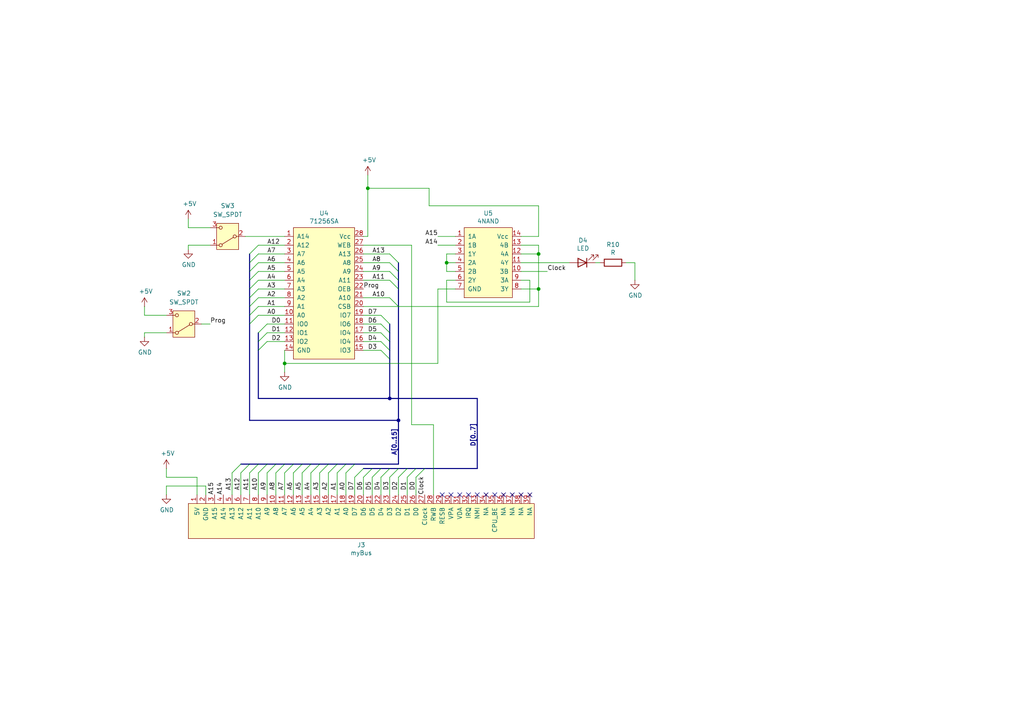
<source format=kicad_sch>
(kicad_sch (version 20250114) (generator "eeschema") (generator_version "9.0")
  (paper "A4")
  (title_block (title "ROM"))
  (lib_symbols
    (symbol "6502:4NAND" (pin_names (offset 1.016))
      (property "Reference" "U" (at -3.81 12.7 0))
      (property "Value" "4NAND" (at 0 1.27 90))
      (symbol "4NAND_0_1"
        (rectangle (start -7.62 10.16) (end 6.35 -10.16) (fill (type background)))
      )
      (symbol "4NAND_1_1"
        (pin input line (at -10.16 7.62 0) (length 2.54) (name "1A") (number "1"))
        (pin input line (at -10.16 5.08 0) (length 2.54) (name "1B") (number "2"))
        (pin output line (at -10.16 2.54 0) (length 2.54) (name "1Y") (number "3"))
        (pin input line (at -10.16 0 0) (length 2.54) (name "2A") (number "4"))
        (pin input line (at -10.16 -2.54 0) (length 2.54) (name "2B") (number "5"))
        (pin output line (at -10.16 -5.08 0) (length 2.54) (name "2Y") (number "6"))
        (pin power_in line (at -10.16 -7.62 0) (length 2.54) (name "GND") (number "7"))
        (pin power_in line (at 8.89 7.62 180) (length 2.54) (name "Vcc") (number "14"))
        (pin input line (at 8.89 5.08 180) (length 2.54) (name "4B") (number "13"))
        (pin input line (at 8.89 2.54 180) (length 2.54) (name "4A") (number "12"))
        (pin output line (at 8.89 0 180) (length 2.54) (name "4Y") (number "11"))
        (pin input line (at 8.89 -2.54 180) (length 2.54) (name "3B") (number "10"))
        (pin input line (at 8.89 -5.08 180) (length 2.54) (name "3A") (number "9"))
        (pin output line (at 8.89 -7.62 180) (length 2.54) (name "3Y") (number "8"))
      )
    )
    (symbol "6502:71256SA" (pin_names (offset 1.016))
      (property "Reference" "U" (at 0 22.86 0))
      (property "Value" "71256SA" (at 0 0 90))
      (symbol "71256SA_0_1"
        (rectangle (start -8.89 20.32) (end 8.89 -17.78) (fill (type background)))
      )
      (symbol "71256SA_1_1"
        (pin input line (at -11.43 17.78 0) (length 2.54) (name "A14") (number "1"))
        (pin input line (at -11.43 15.24 0) (length 2.54) (name "A12") (number "2"))
        (pin input line (at -11.43 12.7 0) (length 2.54) (name "A7") (number "3"))
        (pin input line (at -11.43 10.16 0) (length 2.54) (name "A6") (number "4"))
        (pin input line (at -11.43 7.62 0) (length 2.54) (name "A5") (number "5"))
        (pin input line (at -11.43 5.08 0) (length 2.54) (name "A4") (number "6"))
        (pin input line (at -11.43 2.54 0) (length 2.54) (name "A3") (number "7"))
        (pin input line (at -11.43 0 0) (length 2.54) (name "A2") (number "8"))
        (pin input line (at -11.43 -2.54 0) (length 2.54) (name "A1") (number "9"))
        (pin input line (at -11.43 -5.08 0) (length 2.54) (name "A0") (number "10"))
        (pin tri_state line (at -11.43 -7.62 0) (length 2.54) (name "IO0") (number "11"))
        (pin tri_state line (at -11.43 -10.16 0) (length 2.54) (name "IO1") (number "12"))
        (pin tri_state line (at -11.43 -12.7 0) (length 2.54) (name "IO2") (number "13"))
        (pin power_in line (at -11.43 -15.24 0) (length 2.54) (name "GND") (number "14"))
        (pin power_in line (at 11.43 17.78 180) (length 2.54) (name "Vcc") (number "28"))
        (pin input line (at 11.43 15.24 180) (length 2.54) (name "WEB") (number "27"))
        (pin input line (at 11.43 12.7 180) (length 2.54) (name "A13") (number "26"))
        (pin input line (at 11.43 10.16 180) (length 2.54) (name "A8") (number "25"))
        (pin input line (at 11.43 7.62 180) (length 2.54) (name "A9") (number "24"))
        (pin input line (at 11.43 5.08 180) (length 2.54) (name "A11") (number "23"))
        (pin input line (at 11.43 2.54 180) (length 2.54) (name "OEB") (number "22"))
        (pin input line (at 11.43 0 180) (length 2.54) (name "A10") (number "21"))
        (pin input line (at 11.43 -2.54 180) (length 2.54) (name "CSB") (number "20"))
        (pin tri_state line (at 11.43 -5.08 180) (length 2.54) (name "IO7") (number "19"))
        (pin tri_state line (at 11.43 -7.62 180) (length 2.54) (name "IO6") (number "18"))
        (pin tri_state line (at 11.43 -10.16 180) (length 2.54) (name "IO4") (number "17"))
        (pin tri_state line (at 11.43 -12.7 180) (length 2.54) (name "IO4") (number "16"))
        (pin tri_state line (at 11.43 -15.24 180) (length 2.54) (name "IO3") (number "15"))
      )
    )
    (symbol "6502:myBus" (pin_names (offset 1.016))
      (property "Reference" "J" (at 57.15 1.27 0))
      (property "Value" "myBus" (at 0 -1.27 0))
      (symbol "myBus_0_1"
        (rectangle (start -44.45 5.08) (end 55.88 -5.08) (fill (type background)))
      )
      (symbol "myBus_1_1"
        (pin power_in line (at -41.91 7.62 270) (length 2.54) (name "5V") (number "1"))
        (pin power_in line (at -39.37 7.62 270) (length 2.54) (name "GND") (number "2"))
        (pin passive line (at -36.83 7.62 270) (length 2.54) (name "A15") (number "3"))
        (pin passive line (at -34.29 7.62 270) (length 2.54) (name "A14") (number "4"))
        (pin passive line (at -31.75 7.62 270) (length 2.54) (name "A13") (number "5"))
        (pin passive line (at -29.21 7.62 270) (length 2.54) (name "A12") (number "6"))
        (pin passive line (at -26.67 7.62 270) (length 2.54) (name "A11") (number "7"))
        (pin passive line (at -24.13 7.62 270) (length 2.54) (name "A10") (number "8"))
        (pin passive line (at -21.59 7.62 270) (length 2.54) (name "A9") (number "9"))
        (pin passive line (at -19.05 7.62 270) (length 2.54) (name "A8") (number "10"))
        (pin passive line (at -16.51 7.62 270) (length 2.54) (name "A7") (number "11"))
        (pin passive line (at -13.97 7.62 270) (length 2.54) (name "A6") (number "12"))
        (pin passive line (at -11.43 7.62 270) (length 2.54) (name "A5") (number "13"))
        (pin passive line (at -8.89 7.62 270) (length 2.54) (name "A4") (number "14"))
        (pin passive line (at -6.35 7.62 270) (length 2.54) (name "A3") (number "15"))
        (pin passive line (at -3.81 7.62 270) (length 2.54) (name "A2") (number "16"))
        (pin passive line (at -1.27 7.62 270) (length 2.54) (name "A1") (number "17"))
        (pin passive line (at 1.27 7.62 270) (length 2.54) (name "A0") (number "18"))
        (pin passive line (at 3.81 7.62 270) (length 2.54) (name "D7") (number "19"))
        (pin passive line (at 6.35 7.62 270) (length 2.54) (name "D6") (number "20"))
        (pin passive line (at 8.89 7.62 270) (length 2.54) (name "D5") (number "21"))
        (pin passive line (at 11.43 7.62 270) (length 2.54) (name "D4") (number "22"))
        (pin passive line (at 13.97 7.62 270) (length 2.54) (name "D3") (number "23"))
        (pin passive line (at 16.51 7.62 270) (length 2.54) (name "D2") (number "24"))
        (pin passive line (at 19.05 7.62 270) (length 2.54) (name "D1") (number "25"))
        (pin passive line (at 21.59 7.62 270) (length 2.54) (name "D0") (number "26"))
        (pin passive line (at 24.13 7.62 270) (length 2.54) (name "Clock") (number "27"))
        (pin passive line (at 26.67 7.62 270) (length 2.54) (name "RWB") (number "28"))
        (pin passive line (at 29.21 7.62 270) (length 2.54) (name "RESB") (number "29"))
        (pin passive line (at 31.75 7.62 270) (length 2.54) (name "VPA") (number "30"))
        (pin passive line (at 34.29 7.62 270) (length 2.54) (name "VDA") (number "31"))
        (pin passive line (at 36.83 7.62 270) (length 2.54) (name "IRQ") (number "32"))
        (pin passive line (at 39.37 7.62 270) (length 2.54) (name "NMI") (number "33"))
        (pin no_connect line (at 41.91 7.62 270) (length 2.54) (name "NA") (number "34"))
        (pin passive line (at 44.45 7.62 270) (length 2.54) (name "CPU_BE") (number "35"))
        (pin no_connect line (at 46.99 7.62 270) (length 2.54) (name "NA") (number "36"))
        (pin no_connect line (at 49.53 7.62 270) (length 2.54) (name "NA") (number "37"))
        (pin no_connect line (at 52.07 7.62 270) (length 2.54) (name "NA") (number "38"))
        (pin no_connect line (at 54.61 7.62 270) (length 2.54) (name "NA") (number "39"))
      )
    )
    (symbol "Device:LED" (pin_numbers (hide yes)) (pin_names (offset 1.016) (hide yes))
      (property "Reference" "D" (at 0 2.54 0))
      (property "Value" "LED" (at 0 -2.54 0))
      (symbol "LED_0_1"
        (polyline (pts (xy -3.048 -0.762) (xy -4.572 -2.286) (xy -3.81 -2.286) (xy -4.572 -2.286) (xy -4.572 -1.524)))
        (polyline (pts (xy -1.778 -0.762) (xy -3.302 -2.286) (xy -2.54 -2.286) (xy -3.302 -2.286) (xy -3.302 -1.524)))
        (polyline (pts (xy -1.27 0) (xy 1.27 0)))
        (polyline (pts (xy -1.27 -1.27) (xy -1.27 1.27)) (stroke (width 0.254)))
        (polyline (pts (xy 1.27 -1.27) (xy 1.27 1.27) (xy -1.27 0) (xy 1.27 -1.27)) (stroke (width 0.254)))
      )
      (symbol "LED_1_1"
        (pin passive line (at -3.81 0 0) (length 2.54) (name "K") (number "1"))
        (pin passive line (at 3.81 0 180) (length 2.54) (name "A") (number "2"))
      )
    )
    (symbol "Device:R" (pin_numbers (hide yes)) (pin_names (offset 0))
      (property "Reference" "R" (at 2.032 0 90))
      (property "Value" "R" (at 0 0 90))
      (symbol "R_0_1"
        (rectangle (start -1.016 -2.54) (end 1.016 2.54) (stroke (width 0.254)))
      )
      (symbol "R_1_1"
        (pin passive line (at 0 3.81 270) (length 1.27) (name "~") (number "1"))
        (pin passive line (at 0 -3.81 90) (length 1.27) (name "~") (number "2"))
      )
    )
    (symbol "Switch:SW_SPDT" (pin_names (offset 0) (hide yes))
      (property "Reference" "SW" (at 0 5.08 0))
      (property "Value" "SW_SPDT" (at 0 -5.08 0))
      (symbol "SW_SPDT_0_1"
        (circle (center -2.032 0) (radius 0.4572))
        (polyline (pts (xy -1.651 0.254) (xy 1.651 2.286)))
        (circle (center 2.032 2.54) (radius 0.4572))
        (circle (center 2.032 -2.54) (radius 0.4572))
      )
      (symbol "SW_SPDT_1_1"
        (rectangle (start -3.175 3.81) (end 3.175 -3.81) (fill (type background)))
        (pin passive line (at -5.08 0 0) (length 2.54) (name "B") (number "2"))
        (pin passive line (at 5.08 2.54 180) (length 2.54) (name "A") (number "1"))
        (pin passive line (at 5.08 -2.54 180) (length 2.54) (name "C") (number "3"))
      )
    )
    (symbol "power:+5V" (power) (pin_numbers (hide yes)) (pin_names (offset 0) (hide yes))
      (property "Value" "+5V" (at 0 3.556 0))
      (symbol "+5V_0_1"
        (polyline (pts (xy -0.762 1.27) (xy 0 2.54)))
        (polyline (pts (xy 0 2.54) (xy 0.762 1.27)))
        (polyline (pts (xy 0 0) (xy 0 2.54)))
      )
      (symbol "+5V_1_1"
        (pin power_in line (at 0 0 90) (length 0) (name "~") (number "1"))
      )
    )
    (symbol "power:GND" (power) (pin_numbers (hide yes)) (pin_names (offset 0) (hide yes))
      (property "Value" "GND" (at 0 -3.81 0))
      (symbol "GND_0_1"
        (polyline (pts (xy 0 0) (xy 0 -1.27) (xy 1.27 -1.27) (xy 0 -2.54) (xy -1.27 -1.27) (xy 0 -1.27)))
      )
      (symbol "GND_1_1"
        (pin power_in line (at 0 0 270) (length 0) (name "~") (number "1"))
      )
    )
  )
  (junction (at 115.57 121.92))
  (junction (at 156.21 83.82))
  (junction (at 113.03 115.57))
  (junction (at 82.55 105.41))
  (junction (at 106.68 54.61))
  (junction (at 156.21 73.66))
  (junction (at 129.54 76.2))
  (no_connect (at 130.81 143.51))
  (no_connect (at 146.05 143.51))
  (no_connect (at 135.89 143.51))
  (no_connect (at 128.27 143.51))
  (no_connect (at 133.35 143.51))
  (no_connect (at 151.13 143.51))
  (no_connect (at 148.59 143.51))
  (no_connect (at 138.43 143.51))
  (no_connect (at 143.51 143.51))
  (no_connect (at 140.97 143.51))
  (no_connect (at 153.67 143.51))
  (bus_entry (at 110.49 99.06) (size 2.54 2.54))
  (bus_entry (at 110.49 93.98) (size 2.54 2.54))
  (bus_entry (at 72.39 86.36) (size 2.54 -2.54))
  (bus_entry (at 110.49 91.44) (size 2.54 2.54))
  (bus_entry (at 113.03 78.74) (size 2.54 2.54))
  (bus_entry (at 72.39 78.74) (size 2.54 -2.54))
  (bus_entry (at 85.09 137.16) (size 2.54 -2.54))
  (bus_entry (at 105.41 138.43) (size 2.54 -2.54))
  (bus_entry (at 107.95 138.43) (size 2.54 -2.54))
  (bus_entry (at 90.17 137.16) (size 2.54 -2.54))
  (bus_entry (at 95.25 137.16) (size 2.54 -2.54))
  (bus_entry (at 87.63 137.16) (size 2.54 -2.54))
  (bus_entry (at 74.93 96.52) (size 2.54 -2.54))
  (bus_entry (at 74.93 99.06) (size 2.54 -2.54))
  (bus_entry (at 110.49 96.52) (size 2.54 2.54))
  (bus_entry (at 72.39 137.16) (size 2.54 -2.54))
  (bus_entry (at 115.57 138.43) (size 2.54 -2.54))
  (bus_entry (at 118.11 138.43) (size 2.54 -2.54))
  (bus_entry (at 110.49 138.43) (size 2.54 -2.54))
  (bus_entry (at 82.55 137.16) (size 2.54 -2.54))
  (bus_entry (at 80.01 137.16) (size 2.54 -2.54))
  (bus_entry (at 72.39 93.98) (size 2.54 -2.54))
  (bus_entry (at 113.03 73.66) (size 2.54 2.54))
  (bus_entry (at 92.71 137.16) (size 2.54 -2.54))
  (bus_entry (at 69.85 137.16) (size 2.54 -2.54))
  (bus_entry (at 113.03 81.28) (size 2.54 2.54))
  (bus_entry (at 74.93 101.6) (size 2.54 -2.54))
  (bus_entry (at 74.93 137.16) (size 2.54 -2.54))
  (bus_entry (at 102.87 138.43) (size 2.54 -2.54))
  (bus_entry (at 72.39 81.28) (size 2.54 -2.54))
  (bus_entry (at 72.39 91.44) (size 2.54 -2.54))
  (bus_entry (at 72.39 76.2) (size 2.54 -2.54))
  (bus_entry (at 67.31 137.16) (size 2.54 -2.54))
  (bus_entry (at 113.03 86.36) (size 2.54 2.54))
  (bus_entry (at 113.03 138.43) (size 2.54 -2.54))
  (bus_entry (at 72.39 88.9) (size 2.54 -2.54))
  (bus_entry (at 110.49 101.6) (size 2.54 2.54))
  (bus_entry (at 97.79 137.16) (size 2.54 -2.54))
  (bus_entry (at 72.39 83.82) (size 2.54 -2.54))
  (bus_entry (at 72.39 73.66) (size 2.54 -2.54))
  (bus_entry (at 100.33 137.16) (size 2.54 -2.54))
  (bus_entry (at 113.03 76.2) (size 2.54 2.54))
  (bus_entry (at 77.47 137.16) (size 2.54 -2.54))
  (bus_entry (at 120.65 138.43) (size 2.54 -2.54))
  (wire (pts (xy 181.61 76.2) (xy 184.15 76.2)))
  (bus (pts (xy 74.93 99.06) (xy 74.93 101.6)))
  (bus (pts (xy 72.39 86.36) (xy 72.39 88.9)))
  (wire (pts (xy 156.21 68.58) (xy 151.13 68.58)))
  (wire (pts (xy 156.21 59.69) (xy 156.21 68.58)))
  (wire (pts (xy 105.41 88.9) (xy 115.57 88.9)))
  (wire (pts (xy 74.93 143.51) (xy 74.93 137.16)))
  (wire (pts (xy 105.41 93.98) (xy 110.49 93.98)))
  (bus (pts (xy 97.79 134.62) (xy 100.33 134.62)))
  (bus (pts (xy 113.03 96.52) (xy 113.03 99.06)))
  (bus (pts (xy 120.65 135.89) (xy 123.19 135.89)))
  (wire (pts (xy 119.38 123.19) (xy 119.38 71.12)))
  (bus (pts (xy 102.87 134.62) (xy 115.57 134.62)))
  (wire (pts (xy 67.31 143.51) (xy 67.31 137.16)))
  (wire (pts (xy 105.41 68.58) (xy 106.68 68.58)))
  (bus (pts (xy 90.17 134.62) (xy 92.71 134.62)))
  (bus (pts (xy 115.57 83.82) (xy 115.57 88.9)))
  (bus (pts (xy 74.93 96.52) (xy 74.93 99.06)))
  (bus (pts (xy 100.33 134.62) (xy 102.87 134.62)))
  (wire (pts (xy 82.55 86.36) (xy 74.93 86.36)))
  (bus (pts (xy 77.47 134.62) (xy 80.01 134.62)))
  (bus (pts (xy 72.39 73.66) (xy 72.39 76.2)))
  (bus (pts (xy 69.85 134.62) (xy 72.39 134.62)))
  (wire (pts (xy 127 105.41) (xy 82.55 105.41)))
  (wire (pts (xy 82.55 143.51) (xy 82.55 137.16)))
  (wire (pts (xy 129.54 76.2) (xy 132.08 76.2)))
  (wire (pts (xy 59.69 140.97) (xy 48.26 140.97)))
  (wire (pts (xy 107.95 143.51) (xy 107.95 138.43)))
  (wire (pts (xy 113.03 143.51) (xy 113.03 138.43)))
  (wire (pts (xy 82.55 105.41) (xy 82.55 107.95)))
  (wire (pts (xy 115.57 88.9) (xy 156.21 88.9)))
  (wire (pts (xy 100.33 137.16) (xy 100.33 143.51)))
  (bus (pts (xy 72.39 81.28) (xy 72.39 83.82)))
  (wire (pts (xy 92.71 143.51) (xy 92.71 137.16)))
  (wire (pts (xy 106.68 54.61) (xy 124.46 54.61)))
  (wire (pts (xy 151.13 83.82) (xy 156.21 83.82)))
  (wire (pts (xy 153.67 81.28) (xy 151.13 81.28)))
  (wire (pts (xy 129.54 81.28) (xy 129.54 87.63)))
  (wire (pts (xy 172.72 76.2) (xy 173.99 76.2)))
  (wire (pts (xy 124.46 54.61) (xy 124.46 59.69)))
  (wire (pts (xy 54.61 63.5) (xy 54.61 66.04)))
  (wire (pts (xy 125.73 123.19) (xy 119.38 123.19)))
  (wire (pts (xy 80.01 143.51) (xy 80.01 137.16)))
  (bus (pts (xy 74.93 101.6) (xy 74.93 115.57)))
  (wire (pts (xy 129.54 73.66) (xy 129.54 76.2)))
  (wire (pts (xy 105.41 96.52) (xy 110.49 96.52)))
  (wire (pts (xy 156.21 71.12) (xy 156.21 73.66)))
  (bus (pts (xy 105.41 135.89) (xy 107.95 135.89)))
  (wire (pts (xy 125.73 143.51) (xy 125.73 123.19)))
  (wire (pts (xy 156.21 71.12) (xy 151.13 71.12)))
  (bus (pts (xy 72.39 134.62) (xy 74.93 134.62)))
  (wire (pts (xy 74.93 78.74) (xy 82.55 78.74)))
  (bus (pts (xy 72.39 76.2) (xy 72.39 78.74)))
  (wire (pts (xy 106.68 54.61) (xy 106.68 68.58)))
  (bus (pts (xy 113.03 135.89) (xy 115.57 135.89)))
  (bus (pts (xy 95.25 134.62) (xy 97.79 134.62)))
  (wire (pts (xy 54.61 71.12) (xy 54.61 72.39)))
  (wire (pts (xy 105.41 71.12) (xy 119.38 71.12)))
  (bus (pts (xy 72.39 93.98) (xy 72.39 121.92)))
  (bus (pts (xy 113.03 115.57) (xy 138.43 115.57)))
  (bus (pts (xy 72.39 121.92) (xy 115.57 121.92)))
  (wire (pts (xy 156.21 73.66) (xy 151.13 73.66)))
  (wire (pts (xy 72.39 143.51) (xy 72.39 137.16)))
  (wire (pts (xy 105.41 78.74) (xy 113.03 78.74)))
  (wire (pts (xy 105.41 86.36) (xy 113.03 86.36)))
  (bus (pts (xy 85.09 134.62) (xy 87.63 134.62)))
  (wire (pts (xy 127 71.12) (xy 132.08 71.12)))
  (wire (pts (xy 105.41 101.6) (xy 110.49 101.6)))
  (bus (pts (xy 113.03 99.06) (xy 113.03 101.6)))
  (wire (pts (xy 69.85 137.16) (xy 69.85 143.51)))
  (wire (pts (xy 48.26 138.43) (xy 57.15 138.43)))
  (bus (pts (xy 123.19 135.89) (xy 138.43 135.89)))
  (wire (pts (xy 184.15 76.2) (xy 184.15 81.28)))
  (wire (pts (xy 129.54 78.74) (xy 132.08 78.74)))
  (wire (pts (xy 110.49 143.51) (xy 110.49 138.43)))
  (bus (pts (xy 74.93 115.57) (xy 113.03 115.57)))
  (bus (pts (xy 92.71 134.62) (xy 95.25 134.62)))
  (bus (pts (xy 113.03 101.6) (xy 113.03 104.14)))
  (wire (pts (xy 74.93 83.82) (xy 82.55 83.82)))
  (wire (pts (xy 90.17 143.51) (xy 90.17 137.16)))
  (bus (pts (xy 82.55 134.62) (xy 85.09 134.62)))
  (wire (pts (xy 97.79 143.51) (xy 97.79 137.16)))
  (bus (pts (xy 72.39 88.9) (xy 72.39 91.44)))
  (wire (pts (xy 41.91 96.52) (xy 48.26 96.52)))
  (wire (pts (xy 82.55 76.2) (xy 74.93 76.2)))
  (wire (pts (xy 113.03 81.28) (xy 105.41 81.28)))
  (wire (pts (xy 118.11 138.43) (xy 118.11 143.51)))
  (bus (pts (xy 87.63 134.62) (xy 90.17 134.62)))
  (wire (pts (xy 71.12 68.58) (xy 82.55 68.58)))
  (wire (pts (xy 82.55 96.52) (xy 77.47 96.52)))
  (bus (pts (xy 74.93 134.62) (xy 77.47 134.62)))
  (wire (pts (xy 105.41 91.44) (xy 110.49 91.44)))
  (wire (pts (xy 58.42 93.98) (xy 60.96 93.98)))
  (wire (pts (xy 156.21 83.82) (xy 156.21 88.9)))
  (wire (pts (xy 129.54 87.63) (xy 153.67 87.63)))
  (wire (pts (xy 41.91 96.52) (xy 41.91 97.79)))
  (wire (pts (xy 85.09 143.51) (xy 85.09 137.16)))
  (wire (pts (xy 124.46 59.69) (xy 156.21 59.69)))
  (wire (pts (xy 129.54 76.2) (xy 129.54 78.74)))
  (bus (pts (xy 115.57 78.74) (xy 115.57 81.28)))
  (wire (pts (xy 41.91 91.44) (xy 48.26 91.44)))
  (bus (pts (xy 138.43 115.57) (xy 138.43 135.89)))
  (bus (pts (xy 72.39 91.44) (xy 72.39 93.98)))
  (wire (pts (xy 82.55 91.44) (xy 74.93 91.44)))
  (wire (pts (xy 59.69 143.51) (xy 59.69 140.97)))
  (wire (pts (xy 87.63 143.51) (xy 87.63 137.16)))
  (wire (pts (xy 48.26 140.97) (xy 48.26 143.51)))
  (bus (pts (xy 113.03 104.14) (xy 113.03 115.57)))
  (bus (pts (xy 110.49 135.89) (xy 113.03 135.89)))
  (wire (pts (xy 127 83.82) (xy 127 105.41)))
  (wire (pts (xy 95.25 143.51) (xy 95.25 137.16)))
  (wire (pts (xy 82.55 93.98) (xy 77.47 93.98)))
  (wire (pts (xy 115.57 143.51) (xy 115.57 138.43)))
  (wire (pts (xy 102.87 143.51) (xy 102.87 138.43)))
  (wire (pts (xy 77.47 143.51) (xy 77.47 137.16)))
  (wire (pts (xy 74.93 88.9) (xy 82.55 88.9)))
  (wire (pts (xy 132.08 81.28) (xy 129.54 81.28)))
  (wire (pts (xy 132.08 73.66) (xy 129.54 73.66)))
  (bus (pts (xy 72.39 83.82) (xy 72.39 86.36)))
  (wire (pts (xy 151.13 76.2) (xy 165.1 76.2)))
  (wire (pts (xy 54.61 66.04) (xy 60.96 66.04)))
  (wire (pts (xy 105.41 138.43) (xy 105.41 143.51)))
  (wire (pts (xy 82.55 81.28) (xy 74.93 81.28)))
  (wire (pts (xy 82.55 99.06) (xy 77.47 99.06)))
  (wire (pts (xy 74.93 73.66) (xy 82.55 73.66)))
  (wire (pts (xy 153.67 87.63) (xy 153.67 81.28)))
  (bus (pts (xy 115.57 121.92) (xy 115.57 134.62)))
  (wire (pts (xy 156.21 73.66) (xy 156.21 83.82)))
  (wire (pts (xy 105.41 99.06) (xy 110.49 99.06)))
  (wire (pts (xy 82.55 101.6) (xy 82.55 105.41)))
  (wire (pts (xy 106.68 50.8) (xy 106.68 54.61)))
  (bus (pts (xy 113.03 93.98) (xy 113.03 96.52)))
  (wire (pts (xy 127 68.58) (xy 132.08 68.58)))
  (bus (pts (xy 72.39 78.74) (xy 72.39 81.28)))
  (wire (pts (xy 132.08 83.82) (xy 127 83.82)))
  (wire (pts (xy 105.41 73.66) (xy 113.03 73.66)))
  (wire (pts (xy 113.03 76.2) (xy 105.41 76.2)))
  (bus (pts (xy 115.57 88.9) (xy 115.57 121.92)))
  (wire (pts (xy 48.26 135.89) (xy 48.26 138.43)))
  (wire (pts (xy 41.91 88.9) (xy 41.91 91.44)))
  (bus (pts (xy 115.57 76.2) (xy 115.57 78.74)))
  (wire (pts (xy 158.75 78.74) (xy 151.13 78.74)))
  (wire (pts (xy 54.61 71.12) (xy 60.96 71.12)))
  (wire (pts (xy 57.15 138.43) (xy 57.15 143.51)))
  (bus (pts (xy 107.95 135.89) (xy 110.49 135.89)))
  (bus (pts (xy 118.11 135.89) (xy 120.65 135.89)))
  (bus (pts (xy 80.01 134.62) (xy 82.55 134.62)))
  (bus (pts (xy 115.57 81.28) (xy 115.57 83.82)))
  (wire (pts (xy 120.65 143.51) (xy 120.65 138.43)))
  (bus (pts (xy 115.57 135.89) (xy 118.11 135.89)))
  (wire (pts (xy 82.55 71.12) (xy 74.93 71.12)))
  (label "A3" (at 92.71 142.24 90))
  (label "A6" (at 85.09 142.24 90))
  (label "A11" (at 72.39 142.24 90))
  (label "A5" (at 77.47 78.74 0))
  (label "A14" (at 64.77 143.51 90))
  (label "A5" (at 87.63 142.24 90))
  (label "D7" (at 106.68 91.44 0))
  (label "D1" (at 78.74 96.52 0))
  (label "A3" (at 77.47 83.82 0))
  (label "A9" (at 107.95 78.74 0))
  (label "D[0..7]" (at 138.43 129.54 90) (effects (font (bold yes))))
  (label "D6" (at 106.68 93.98 0))
  (label "A10" (at 107.95 86.36 0))
  (label "D7" (at 102.87 142.24 90))
  (label "D5" (at 107.95 142.24 90))
  (label "A6" (at 77.47 76.2 0))
  (label "A15" (at 127 68.58 180))
  (label "A8" (at 80.01 142.24 90))
  (label "A11" (at 107.95 81.28 0))
  (label "D3" (at 106.68 101.6 0))
  (label "Clock" (at 123.19 143.51 90))
  (label "A13" (at 107.95 73.66 0))
  (label "A14" (at 127 71.12 180))
  (label "D4" (at 106.68 99.06 0))
  (label "A10" (at 74.93 142.24 90))
  (label "A0" (at 77.47 91.44 0))
  (label "D2" (at 78.74 99.06 0))
  (label "A9" (at 77.47 142.24 90))
  (label "A1" (at 97.79 142.24 90))
  (label "D3" (at 113.03 142.24 90))
  (label "D4" (at 110.49 142.24 90))
  (label "A12" (at 77.47 71.12 0))
  (label "A2" (at 77.47 86.36 0))
  (label "A2" (at 95.25 142.24 90))
  (label "A[0..15]" (at 115.57 132.08 90) (effects (font (bold yes))))
  (label "D0" (at 120.65 142.24 90))
  (label "A15" (at 62.23 143.51 90))
  (label "A8" (at 107.95 76.2 0))
  (label "A4" (at 77.47 81.28 0))
  (label "D0" (at 78.74 93.98 0))
  (label "A0" (at 100.33 142.24 90))
  (label "A7" (at 82.55 142.24 90))
  (label "D2" (at 115.57 142.24 90))
  (label "D6" (at 105.41 142.24 90))
  (label "A13" (at 67.31 142.24 90))
  (label "A7" (at 77.47 73.66 0))
  (label "Prog" (at 105.41 83.82 0))
  (label "Prog" (at 60.96 93.98 0))
  (label "D1" (at 118.11 142.24 90))
  (label "A1" (at 77.47 88.9 0))
  (label "A12" (at 69.85 142.24 90))
  (label "Clock" (at 158.75 78.74 0))
  (label "A4" (at 90.17 142.24 90))
  (label "D5" (at 106.68 96.52 0))
  (symbol (lib_id "Switch:SW_SPDT") (at 66.04 68.58 180) (unit 1)
    (property "Reference" "SW3" (at 66.04 59.69 0))
    (property "Value" "SW_SPDT" (at 66.04 62.23 0))
    (property "Description" "Switch, single pole double throw" (effects (hide yes)))
  )
  (symbol (lib_id "6502:4NAND") (at 142.24 76.2 0) (unit 1)
    (property "Reference" "U5" (at 141.605 61.849 0))
    (property "Value" "4NAND" (at 141.605 64.1604 0))
  )
  (symbol (lib_id "6502:71256SA") (at 93.98 86.36 0) (unit 1)
    (property "Reference" "U4" (at 93.98 61.849 0))
    (property "Value" "71256SA" (at 93.98 64.1604 0))
  )
  (symbol (lib_id "power:GND") (at 48.26 143.51 0) (unit 1)
    (property "Reference" "#PWR020" (effects (hide yes)))
    (property "Value" "GND" (at 48.387 147.9042 0))
    (property "Description" "Power symbol creates a global label with name \"GND\" , ground" (effects (hide yes)))
  )
  (symbol (lib_id "power:GND") (at 54.61 72.39 0) (unit 1)
    (property "Reference" "#PWR022" (effects (hide yes)))
    (property "Value" "GND" (at 54.737 76.7842 0))
    (property "Description" "Power symbol creates a global label with name \"GND\" , ground" (effects (hide yes)))
  )
  (symbol (lib_id "power:+5V") (at 41.91 88.9 0) (unit 1)
    (property "Reference" "#PWR017" (effects (hide yes)))
    (property "Value" "+5V" (at 42.291 84.5058 0))
    (property "Description" "Power symbol creates a global label with name \"+5V\"" (effects (hide yes)))
  )
  (symbol (lib_id "Switch:SW_SPDT") (at 53.34 93.98 180) (unit 1)
    (property "Reference" "SW2" (at 53.34 85.09 0))
    (property "Value" "SW_SPDT" (at 53.34 87.63 0))
    (property "Description" "Switch, single pole double throw" (effects (hide yes)))
  )
  (symbol (lib_id "power:+5V") (at 48.26 135.89 0) (unit 1)
    (property "Reference" "#PWR019" (effects (hide yes)))
    (property "Value" "+5V" (at 48.641 131.4958 0))
    (property "Description" "Power symbol creates a global label with name \"+5V\"" (effects (hide yes)))
  )
  (symbol (lib_id "power:+5V") (at 106.68 50.8 0) (unit 1)
    (property "Reference" "#PWR024" (effects (hide yes)))
    (property "Value" "+5V" (at 107.061 46.4058 0))
    (property "Description" "Power symbol creates a global label with name \"+5V\"" (effects (hide yes)))
  )
  (symbol (lib_id "power:+5V") (at 54.61 63.5 0) (unit 1)
    (property "Reference" "#PWR021" (effects (hide yes)))
    (property "Value" "+5V" (at 54.991 59.1058 0))
    (property "Description" "Power symbol creates a global label with name \"+5V\"" (effects (hide yes)))
  )
  (symbol (lib_id "6502:myBus") (at 99.06 151.13 0) (unit 1)
    (property "Reference" "J3" (at 104.775 158.0642 0))
    (property "Value" "myBus" (at 104.775 160.3756 0))
  )
  (symbol (lib_id "power:GND") (at 41.91 97.79 0) (unit 1)
    (property "Reference" "#PWR018" (effects (hide yes)))
    (property "Value" "GND" (at 42.037 102.1842 0))
    (property "Description" "Power symbol creates a global label with name \"GND\" , ground" (effects (hide yes)))
  )
  (symbol (lib_id "Device:LED") (at 168.91 76.2 180) (unit 1)
    (property "Reference" "D4" (at 169.0878 69.723 0))
    (property "Value" "LED" (at 169.0878 72.0344 0))
    (property "Description" "Light emitting diode" (effects (hide yes)))
  )
  (symbol (lib_id "Device:R") (at 177.8 76.2 270) (unit 1)
    (property "Reference" "R10" (at 177.8 70.9422 90))
    (property "Value" "R" (at 177.8 73.2536 90))
    (property "Description" "Resistor" (effects (hide yes)))
  )
  (symbol (lib_id "power:GND") (at 184.15 81.28 0) (unit 1)
    (property "Reference" "#PWR025" (effects (hide yes)))
    (property "Value" "GND" (at 184.277 85.6742 0))
    (property "Description" "Power symbol creates a global label with name \"GND\" , ground" (effects (hide yes)))
  )
  (symbol (lib_id "power:GND") (at 82.55 107.95 0) (unit 1)
    (property "Reference" "#PWR023" (effects (hide yes)))
    (property "Value" "GND" (at 82.677 112.3442 0))
    (property "Description" "Power symbol creates a global label with name \"GND\" , ground" (effects (hide yes)))
  )
)
</source>
